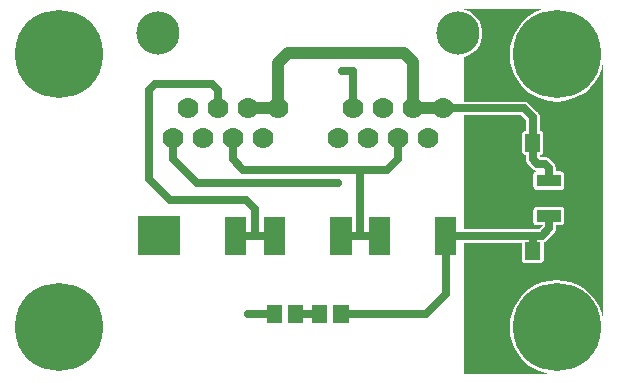
<source format=gbr>
G04 start of page 2 for group 0 idx 0 *
G04 Title: (unknown), top *
G04 Creator: pcb 4.0.2 *
G04 CreationDate: Thu Dec 31 16:53:41 2020 UTC *
G04 For: petersen *
G04 Format: Gerber/RS-274X *
G04 PCB-Dimensions (mil): 2000.00 1250.00 *
G04 PCB-Coordinate-Origin: lower left *
%MOIN*%
%FSLAX25Y25*%
%LNTOP*%
%ADD21C,0.1280*%
%ADD20C,0.0350*%
%ADD19C,0.1285*%
%ADD18C,0.0120*%
%ADD17C,0.0260*%
%ADD16C,0.1440*%
%ADD15C,0.0700*%
%ADD14C,0.2937*%
%ADD13C,0.0250*%
%ADD12C,0.0400*%
%ADD11C,0.0001*%
G54D11*G36*
X43500Y54000D02*X57500D01*
Y41000D01*
X43500D01*
Y54000D01*
G37*
G36*
X175221Y55984D02*X175232Y52016D01*
X175276Y51832D01*
X175348Y51658D01*
X175447Y51496D01*
X175570Y51353D01*
X175713Y51230D01*
X175874Y51131D01*
X176049Y51059D01*
X176233Y51015D01*
X176421Y51004D01*
X178250Y51007D01*
Y50932D01*
X177068Y49750D01*
X175087D01*
X174998Y49757D01*
X174911Y49750D01*
X152000D01*
Y87750D01*
X171068D01*
X172650Y86168D01*
Y82443D01*
X172284Y82443D01*
X172131Y82406D01*
X171986Y82346D01*
X171851Y82264D01*
X171732Y82161D01*
X171629Y82042D01*
X171547Y81907D01*
X171487Y81762D01*
X171450Y81609D01*
X171441Y81452D01*
X171450Y75391D01*
X171487Y75238D01*
X171547Y75093D01*
X171629Y74958D01*
X171732Y74839D01*
X171851Y74736D01*
X171986Y74654D01*
X172131Y74594D01*
X172284Y74557D01*
X172441Y74548D01*
X172750Y74549D01*
Y73088D01*
X172743Y73000D01*
X172771Y72647D01*
Y72647D01*
X172854Y72303D01*
X172989Y71975D01*
X173059Y71861D01*
X173174Y71673D01*
X173174Y71673D01*
X173404Y71404D01*
X173471Y71347D01*
X174847Y69971D01*
X174904Y69904D01*
X175173Y69674D01*
X175173Y69674D01*
X175361Y69559D01*
X175475Y69489D01*
X175803Y69354D01*
X176147Y69271D01*
X176147D01*
X176500Y69243D01*
X176588Y69250D01*
X178068D01*
X178108Y69210D01*
Y68987D01*
X176233Y68985D01*
X176049Y68941D01*
X175874Y68869D01*
X175713Y68770D01*
X175570Y68647D01*
X175447Y68504D01*
X175348Y68342D01*
X175276Y68168D01*
X175232Y67984D01*
X175221Y67796D01*
X175232Y63828D01*
X175276Y63644D01*
X175348Y63470D01*
X175447Y63308D01*
X175570Y63165D01*
X175713Y63042D01*
X175874Y62943D01*
X176049Y62871D01*
X176233Y62827D01*
X176421Y62816D01*
X184483Y62827D01*
X184667Y62871D01*
X184841Y62943D01*
X185002Y63042D01*
X185146Y63165D01*
X185269Y63308D01*
X185367Y63470D01*
X185440Y63644D01*
X185484Y63828D01*
X185495Y64016D01*
X185484Y67984D01*
X185440Y68168D01*
X185367Y68342D01*
X185269Y68504D01*
X185146Y68647D01*
X185002Y68770D01*
X184841Y68869D01*
X184667Y68941D01*
X184483Y68985D01*
X184295Y68996D01*
X182608Y68994D01*
Y70054D01*
X182615Y70142D01*
X182587Y70495D01*
X182587Y70495D01*
X182587Y70495D01*
X182550Y70648D01*
X182504Y70839D01*
X182504Y70839D01*
X182504Y70839D01*
X182423Y71036D01*
X182369Y71167D01*
X182369Y71167D01*
X182369Y71167D01*
X182287Y71300D01*
X182184Y71469D01*
X182184Y71469D01*
X182184Y71469D01*
X181954Y71738D01*
X181887Y71795D01*
X180653Y73029D01*
X180596Y73096D01*
X180327Y73325D01*
X180327Y73326D01*
X180327Y73326D01*
X180327Y73326D01*
X180167Y73423D01*
X180025Y73511D01*
X180025Y73511D01*
X180025Y73511D01*
X179853Y73582D01*
X179698Y73646D01*
X179697Y73646D01*
X179697Y73646D01*
X179511Y73691D01*
X179353Y73729D01*
X179353Y73729D01*
X179353Y73729D01*
X179352Y73729D01*
X179000Y73757D01*
X178912Y73750D01*
X177432D01*
X177250Y73932D01*
Y74556D01*
X177716Y74557D01*
X177869Y74594D01*
X178014Y74654D01*
X178149Y74736D01*
X178268Y74839D01*
X178370Y74958D01*
X178453Y75093D01*
X178513Y75238D01*
X178550Y75391D01*
X178559Y75548D01*
X178550Y81609D01*
X178513Y81762D01*
X178453Y81907D01*
X178370Y82042D01*
X178268Y82161D01*
X178149Y82264D01*
X178014Y82346D01*
X177869Y82406D01*
X177716Y82443D01*
X177559Y82452D01*
X177350Y82452D01*
Y87000D01*
X177328Y87369D01*
X177242Y87728D01*
X177100Y88070D01*
X176907Y88386D01*
X176667Y88667D01*
X176386Y88907D01*
X176100Y89082D01*
X173653Y91529D01*
X173596Y91596D01*
X173327Y91826D01*
X173327Y91826D01*
X173212Y91896D01*
X173025Y92011D01*
X172793Y92107D01*
X172697Y92146D01*
X172353Y92229D01*
X172000Y92257D01*
X171912Y92250D01*
X152000D01*
Y107047D01*
X152542Y107177D01*
X153734Y107671D01*
X154835Y108346D01*
X155816Y109184D01*
X156654Y110165D01*
X157329Y111266D01*
X157823Y112458D01*
X158124Y113713D01*
X158200Y115000D01*
X158124Y116287D01*
X157823Y117542D01*
X157329Y118734D01*
X156654Y119835D01*
X155816Y120816D01*
X154835Y121654D01*
X153734Y122329D01*
X152542Y122823D01*
X152000Y122953D01*
Y123000D01*
X178295D01*
X178138Y122962D01*
X175858Y122018D01*
X173753Y120728D01*
X171876Y119124D01*
X170272Y117247D01*
X168982Y115142D01*
X168038Y112862D01*
X167461Y110461D01*
X167268Y108000D01*
X167461Y105539D01*
X168038Y103138D01*
X168982Y100858D01*
X170272Y98753D01*
X171876Y96876D01*
X173753Y95272D01*
X175858Y93982D01*
X178138Y93038D01*
X180539Y92461D01*
X183000Y92268D01*
X185461Y92461D01*
X187862Y93038D01*
X190142Y93982D01*
X192247Y95272D01*
X194124Y96876D01*
X195728Y98753D01*
X197018Y100858D01*
X197962Y103138D01*
X198500Y105378D01*
Y19622D01*
X197962Y21862D01*
X197018Y24142D01*
X195728Y26247D01*
X194124Y28124D01*
X192247Y29728D01*
X190142Y31018D01*
X187862Y31962D01*
X185461Y32539D01*
X183000Y32732D01*
X180539Y32539D01*
X178138Y31962D01*
X175858Y31018D01*
X173753Y29728D01*
X171876Y28124D01*
X170272Y26247D01*
X168982Y24142D01*
X168038Y21862D01*
X167461Y19461D01*
X167268Y17000D01*
X167461Y14539D01*
X168038Y12138D01*
X168982Y9858D01*
X170272Y7753D01*
X171876Y5876D01*
X173753Y4272D01*
X175858Y2982D01*
X178138Y2038D01*
X180378Y1500D01*
X152000D01*
Y45250D01*
X171298D01*
X171308Y39375D01*
X171349Y39207D01*
X171415Y39047D01*
X171505Y38899D01*
X171618Y38768D01*
X171749Y38655D01*
X171897Y38565D01*
X172057Y38499D01*
X172225Y38458D01*
X172398Y38448D01*
X177689Y38458D01*
X177857Y38499D01*
X178017Y38565D01*
X178165Y38655D01*
X178296Y38768D01*
X178409Y38899D01*
X178499Y39047D01*
X178565Y39207D01*
X178606Y39375D01*
X178616Y39548D01*
X178606Y45332D01*
X178697Y45354D01*
X179025Y45489D01*
X179327Y45674D01*
X179596Y45904D01*
X179653Y45971D01*
X182029Y48347D01*
X182096Y48404D01*
X182326Y48673D01*
X182326Y48673D01*
X182511Y48975D01*
X182646Y49303D01*
X182729Y49647D01*
X182757Y50000D01*
X182750Y50088D01*
Y51013D01*
X184483Y51015D01*
X184667Y51059D01*
X184841Y51131D01*
X185002Y51230D01*
X185146Y51353D01*
X185269Y51496D01*
X185367Y51658D01*
X185440Y51832D01*
X185484Y52016D01*
X185495Y52204D01*
X185484Y56172D01*
X185440Y56356D01*
X185367Y56530D01*
X185269Y56692D01*
X185146Y56835D01*
X185002Y56958D01*
X184841Y57057D01*
X184667Y57129D01*
X184483Y57173D01*
X184295Y57184D01*
X176233Y57173D01*
X176049Y57129D01*
X175874Y57057D01*
X175713Y56958D01*
X175570Y56835D01*
X175447Y56692D01*
X175348Y56530D01*
X175276Y56356D01*
X175232Y56172D01*
X175221Y55984D01*
G37*
G54D12*X145000Y90000D02*X135000D01*
G54D13*X130000Y80000D02*Y73000D01*
X126500Y69500D01*
G54D12*X135000Y94500D02*Y90000D01*
X132000Y108500D02*X135000Y105500D01*
Y93500D01*
G54D13*X115000Y102500D02*Y90000D01*
G54D12*X93500Y108500D02*X132000D01*
G54D13*X111500Y102500D02*X115000D01*
X145000Y90000D02*X172000D01*
X175000Y87000D01*
X173000Y89000D01*
X175000Y78500D02*Y87000D01*
X176500Y71500D02*X175000Y73000D01*
Y79500D01*
G54D12*X80000Y90000D02*X90000D01*
G54D13*X78500Y69500D02*X75000Y73000D01*
Y80000D01*
G54D12*X90000Y90000D02*Y105000D01*
X93500Y108500D01*
G54D13*X126500Y69500D02*X78500D01*
X63000Y65000D02*X110000D01*
X70000Y90000D02*Y96000D01*
X68000Y98000D01*
X49000D01*
X47000Y96000D01*
X55000Y80000D02*Y73000D01*
X63000Y65000D01*
X47000Y96000D02*Y66500D01*
X54000Y59500D01*
X79500D01*
X89000Y47500D02*X76024D01*
X82500D02*Y56500D01*
X79500Y59500D01*
X111048Y47500D02*X123976D01*
X117500D02*Y69500D01*
X96000Y21500D02*X103957D01*
X80000D02*X88914D01*
X139500D02*X111043D01*
X146024Y47500D02*X178000D01*
X180500Y50000D01*
Y53952D01*
X180358Y54094D01*
X174957Y42500D02*Y47457D01*
X175000Y47500D01*
X180358Y65906D02*Y70142D01*
X179000Y71500D01*
X176500D01*
X146024Y47500D02*Y28024D01*
X139500Y21500D01*
G54D14*X17000Y17000D03*
Y108000D03*
X183000D03*
Y17000D03*
G54D15*X145000Y90000D03*
X140000Y80000D03*
X135000Y90000D03*
G54D16*X150000Y115000D03*
G54D15*X130000Y80000D03*
X125000Y90000D03*
X120000Y80000D03*
X110000D03*
X85000D03*
X75000D03*
X65000D03*
X55000D03*
X115000Y90000D03*
X90000D03*
X80000D03*
X70000D03*
X60000D03*
G54D16*X50000Y115000D03*
G54D11*G36*
X92544Y53800D02*X85456D01*
Y41200D01*
X92544D01*
Y53800D01*
G37*
G36*
X57519D02*X50432D01*
Y41200D01*
X57519D01*
Y53800D01*
G37*
G36*
X79568D02*X72481D01*
Y41200D01*
X79568D01*
Y53800D01*
G37*
G36*
X106516Y24452D02*X101398D01*
Y18548D01*
X106516D01*
Y24452D01*
G37*
G36*
X113602D02*X108484D01*
Y18548D01*
X113602D01*
Y24452D01*
G37*
G36*
X127519Y53800D02*X120432D01*
Y41200D01*
X127519D01*
Y53800D01*
G37*
G36*
X149568D02*X142481D01*
Y41200D01*
X149568D01*
Y53800D01*
G37*
G36*
X114592D02*X107505D01*
Y41200D01*
X114592D01*
Y53800D01*
G37*
G36*
X91473Y24452D02*X86355D01*
Y18548D01*
X91473D01*
Y24452D01*
G37*
G36*
X98559D02*X93441D01*
Y18548D01*
X98559D01*
Y24452D01*
G37*
G36*
X176421Y55984D02*Y52204D01*
X184295D01*
Y55984D01*
X176421D01*
G37*
G36*
X184645Y81452D02*X179527D01*
Y75548D01*
X184645D01*
Y81452D01*
G37*
G36*
X177559D02*X172441D01*
Y75548D01*
X177559D01*
Y81452D01*
G37*
G36*
X184602Y45452D02*X179484D01*
Y39548D01*
X184602D01*
Y45452D01*
G37*
G36*
X177516D02*X172398D01*
Y39548D01*
X177516D01*
Y45452D01*
G37*
G36*
X168705Y61890D02*Y58110D01*
X184295D01*
Y61890D01*
X168705D01*
G37*
G36*
X162246Y64725D02*Y55275D01*
X173586D01*
Y64725D01*
X162246D01*
G37*
G36*
X176426Y58115D02*X175006Y59535D01*
X172166Y56695D01*
X173586Y55275D01*
X176426Y58115D01*
G37*
G36*
X173586Y64725D02*X172166Y63305D01*
X175006Y60465D01*
X176426Y61885D01*
X173586Y64725D01*
G37*
G36*
X176421Y67796D02*Y64016D01*
X184295D01*
Y67796D01*
X176421D01*
G37*
G54D17*X83500Y21500D03*
X80000D03*
X46000Y52000D03*
Y47500D03*
Y43000D03*
X115000Y102500D03*
X111500D03*
X110000Y65000D03*
X106500D03*
X160000Y64500D03*
X166500Y67500D03*
X163000D03*
X186500Y74000D03*
Y83500D03*
X160000Y60000D03*
X156500D03*
X160000Y55500D03*
X156500D03*
X166500Y52500D03*
X163000D03*
X186500Y38000D03*
Y47500D03*
X156500Y64500D03*
G54D18*G54D19*G54D20*G54D21*G54D20*G54D21*M02*

</source>
